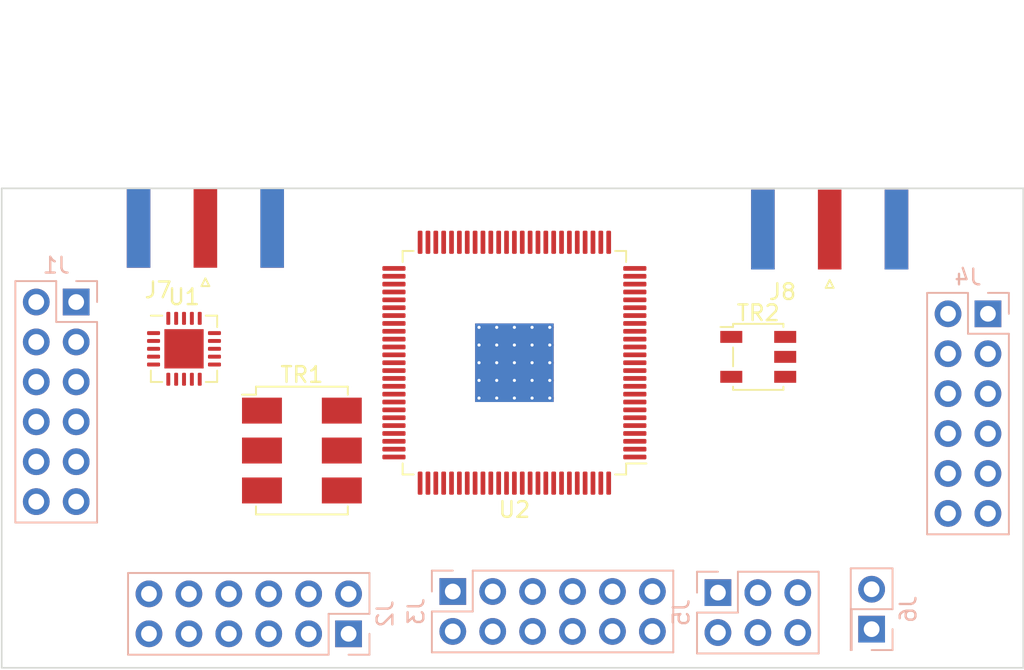
<source format=kicad_pcb>
(kicad_pcb (version 20221018) (generator pcbnew)
  (layers (0 "F.Cu" signal) (31 "B.Cu" signal) (34 "B.Paste" user) (35 "F.Paste" user) (36 "B.SilkS" user "B.Silkscreen") (37 "F.SilkS" user "F.Silkscreen") (38 "B.Mask" user) (39 "F.Mask" user) (44 "Edge.Cuts" user))
  (net 0 "")
  (net 1 "/IOT_217")
  (net 2 "/IOT_215")
  (net 3 "/IOT_213")
  (net 4 "/IOT_206")
  (net 5 "GNDD")
  (net 7 "/IOT_219")
  (net 8 "/IOT_216")
  (net 9 "/IOT_214")
  (net 10 "/IOT_212")
  (footprint "Connector_Coaxial:SMA_Amphenol_132289_EdgeMount" (layer "F.Cu") (at 62.96 52.51 90)
    (fp_text reference "J7" (at -3.96 -3) (layer "F.SilkS"))
    (fp_text value "Conn_Coaxial")
    (fp_line (start -3.71 -0.25) (end -3.71 0.25) (stroke (width 0.12)) (layer "F.SilkS"))
    (fp_line (start -3.71 0.25) (end -3.21 0) (stroke (width 0.12)) (layer "F.SilkS"))
    (fp_line (start -3.21 0) (end -3.71 -0.25) (stroke (width 0.12)) (layer "F.SilkS"))
    (pad "1" smd rect (at 0 0 180) (size 1.5 5.08) (layers "F.Cu" "F.Paste" "F.Mask"))
    (pad "2" smd rect (at 0 -4.25 180) (size 1.5 5.08) (layers "F.Cu" "F.Paste" "F.Mask"))
    (pad "2" smd rect (at 0 -4.25 180) (size 1.5 5.08) (layers "B.Cu" "B.Paste" "B.Mask"))
    (pad "2" smd rect (at 0 4.25 180) (size 1.5 5.08) (layers "F.Cu" "F.Paste" "F.Mask"))
    (pad "2" smd rect (at 0 4.25 180) (size 1.5 5.08) (layers "B.Cu" "B.Paste" "B.Mask"))
  )
  (footprint "Package_DFN_QFN:QFN-20-1EP_4x4mm_P0.5mm_EP2.5x2.5mm" (layer "F.Cu") (at 61.6 60.2075)
    (fp_text reference "U1" (at 0 -3.3) (layer "F.SilkS"))
    (fp_text value "PE4312")
    (fp_line (start -2.11 2.11) (end -2.11 1.385) (stroke (width 0.12)) (layer "F.SilkS"))
    (fp_line (start -1.385 -2.11) (end -2.11 -2.11) (stroke (width 0.12)) (layer "F.SilkS"))
    (fp_line (start -1.385 2.11) (end -2.11 2.11) (stroke (width 0.12)) (layer "F.SilkS"))
    (fp_line (start 1.385 -2.11) (end 2.11 -2.11) (stroke (width 0.12)) (layer "F.SilkS"))
    (fp_line (start 1.385 2.11) (end 2.11 2.11) (stroke (width 0.12)) (layer "F.SilkS"))
    (fp_line (start 2.11 -2.11) (end 2.11 -1.385) (stroke (width 0.12)) (layer "F.SilkS"))
    (fp_line (start 2.11 2.11) (end 2.11 1.385) (stroke (width 0.12)) (layer "F.SilkS"))
    (pad "1" smd roundrect (at -1.9375 -1) (size 0.825 0.25) (layers "F.Cu" "F.Paste" "F.Mask"))
    (pad "2" smd roundrect (at -1.9375 -0.5) (size 0.825 0.25) (layers "F.Cu" "F.Paste" "F.Mask"))
    (pad "3" smd roundrect (at -1.9375 0) (size 0.825 0.25) (layers "F.Cu" "F.Paste" "F.Mask"))
    (pad "4" smd roundrect (at -1.9375 0.5) (size 0.825 0.25) (layers "F.Cu" "F.Paste" "F.Mask"))
    (pad "5" smd roundrect (at -1.9375 1) (size 0.825 0.25) (layers "F.Cu" "F.Paste" "F.Mask"))
    (pad "6" smd roundrect (at -1 1.9375) (size 0.25 0.825) (layers "F.Cu" "F.Paste" "F.Mask"))
    (pad "7" smd roundrect (at -0.5 1.9375) (size 0.25 0.825) (layers "F.Cu" "F.Paste" "F.Mask"))
    (pad "8" smd roundrect (at 0 1.9375) (size 0.25 0.825) (layers "F.Cu" "F.Paste" "F.Mask"))
    (pad "9" smd roundrect (at 0.5 1.9375) (size 0.25 0.825) (layers "F.Cu" "F.Paste" "F.Mask"))
    (pad "10" smd roundrect (at 1 1.9375) (size 0.25 0.825) (layers "F.Cu" "F.Paste" "F.Mask"))
    (pad "11" smd roundrect (at 1.9375 1) (size 0.825 0.25) (layers "F.Cu" "F.Paste" "F.Mask"))
    (pad "12" smd roundrect (at 1.9375 0.5) (size 0.825 0.25) (layers "F.Cu" "F.Paste" "F.Mask"))
    (pad "13" smd roundrect (at 1.9375 0) (size 0.825 0.25) (layers "F.Cu" "F.Paste" "F.Mask"))
    (pad "14" smd roundrect (at 1.9375 -0.5) (size 0.825 0.25) (layers "F.Cu" "F.Paste" "F.Mask"))
    (pad "15" smd roundrect (at 1.9375 -1) (size 0.825 0.25) (layers "F.Cu" "F.Paste" "F.Mask"))
    (pad "16" smd roundrect (at 1 -1.9375) (size 0.25 0.825) (layers "F.Cu" "F.Paste" "F.Mask"))
    (pad "17" smd roundrect (at 0.5 -1.9375) (size 0.25 0.825) (layers "F.Cu" "F.Paste" "F.Mask"))
    (pad "18" smd roundrect (at 0 -1.9375) (size 0.25 0.825) (layers "F.Cu" "F.Paste" "F.Mask"))
    (pad "19" smd roundrect (at -0.5 -1.9375) (size 0.25 0.825) (layers "F.Cu" "F.Paste" "F.Mask"))
    (pad "20" smd roundrect (at -1 -1.9375) (size 0.25 0.825) (layers "F.Cu" "F.Paste" "F.Mask"))
    (pad "21" smd rect (at 0 0) (size 2.5 2.5) (layers "F.Cu" "F.Mask"))
  )
  (footprint "Package_QFP:TQFP-100-1EP_14x14mm_P0.5mm_EP5x5mm_ThermalVias" (layer "F.Cu") (at 82.62 61.0925 180)
    (fp_text reference "U2" (at 0 -9.35) (layer "F.SilkS"))
    (fp_text value "AD9957")
    (fp_line (start -7.11 -7.11) (end -7.11 -6.41) (stroke (width 0.12)) (layer "F.SilkS"))
    (fp_line (start -7.11 -6.41) (end -8.4 -6.41) (stroke (width 0.12)) (layer "F.SilkS"))
    (fp_line (start -7.11 7.11) (end -7.11 6.41) (stroke (width 0.12)) (layer "F.SilkS"))
    (fp_line (start -6.41 -7.11) (end -7.11 -7.11) (stroke (width 0.12)) (layer "F.SilkS"))
    (fp_line (start -6.41 7.11) (end -7.11 7.11) (stroke (width 0.12)) (layer "F.SilkS"))
    (fp_line (start 6.41 -7.11) (end 7.11 -7.11) (stroke (width 0.12)) (layer "F.SilkS"))
    (fp_line (start 6.41 7.11) (end 7.11 7.11) (stroke (width 0.12)) (layer "F.SilkS"))
    (fp_line (start 7.11 -7.11) (end 7.11 -6.41) (stroke (width 0.12)) (layer "F.SilkS"))
    (fp_line (start 7.11 7.11) (end 7.11 6.41) (stroke (width 0.12)) (layer "F.SilkS"))
    (pad "1" smd roundrect (at -7.6625 -6 180) (size 1.475 0.3) (layers "F.Cu" "F.Paste" "F.Mask"))
    (pad "2" smd roundrect (at -7.6625 -5.5 180) (size 1.475 0.3) (layers "F.Cu" "F.Paste" "F.Mask"))
    (pad "3" smd roundrect (at -7.6625 -5 180) (size 1.475 0.3) (layers "F.Cu" "F.Paste" "F.Mask"))
    (pad "4" smd roundrect (at -7.6625 -4.5 180) (size 1.475 0.3) (layers "F.Cu" "F.Paste" "F.Mask"))
    (pad "5" smd roundrect (at -7.6625 -4 180) (size 1.475 0.3) (layers "F.Cu" "F.Paste" "F.Mask"))
    (pad "6" smd roundrect (at -7.6625 -3.5 180) (size 1.475 0.3) (layers "F.Cu" "F.Paste" "F.Mask"))
    (pad "7" smd roundrect (at -7.6625 -3 180) (size 1.475 0.3) (layers "F.Cu" "F.Paste" "F.Mask"))
    (pad "8" smd roundrect (at -7.6625 -2.5 180) (size 1.475 0.3) (layers "F.Cu" "F.Paste" "F.Mask"))
    (pad "9" smd roundrect (at -7.6625 -2 180) (size 1.475 0.3) (layers "F.Cu" "F.Paste" "F.Mask"))
    (pad "10" smd roundrect (at -7.6625 -1.5 180) (size 1.475 0.3) (layers "F.Cu" "F.Paste" "F.Mask"))
    (pad "11" smd roundrect (at -7.6625 -1 180) (size 1.475 0.3) (layers "F.Cu" "F.Paste" "F.Mask"))
    (pad "12" smd roundrect (at -7.6625 -0.5 180) (size 1.475 0.3) (layers "F.Cu" "F.Paste" "F.Mask"))
    (pad "13" smd roundrect (at -7.6625 0 180) (size 1.475 0.3) (layers "F.Cu" "F.Paste" "F.Mask"))
    (pad "14" smd roundrect (at -7.6625 0.5 180) (size 1.475 0.3) (layers "F.Cu" "F.Paste" "F.Mask"))
    (pad "15" smd roundrect (at -7.6625 1 180) (size 1.475 0.3) (layers "F.Cu" "F.Paste" "F.Mask"))
    (pad "16" smd roundrect (at -7.6625 1.5 180) (size 1.475 0.3) (layers "F.Cu" "F.Paste" "F.Mask"))
    (pad "17" smd roundrect (at -7.6625 2 180) (size 1.475 0.3) (layers "F.Cu" "F.Paste" "F.Mask"))
    (pad "18" smd roundrect (at -7.6625 2.5 180) (size 1.475 0.3) (layers "F.Cu" "F.Paste" "F.Mask"))
    (pad "19" smd roundrect (at -7.6625 3 180) (size 1.475 0.3) (layers "F.Cu" "F.Paste" "F.Mask"))
    (pad "20" smd roundrect (at -7.6625 3.5 180) (size 1.475 0.3) (layers "F.Cu" "F.Paste" "F.Mask"))
    (pad "21" smd roundrect (at -7.6625 4 180) (size 1.475 0.3) (layers "F.Cu" "F.Paste" "F.Mask"))
    (pad "22" smd roundrect (at -7.6625 4.5 180) (size 1.475 0.3) (layers "F.Cu" "F.Paste" "F.Mask"))
    (pad "23" smd roundrect (at -7.6625 5 180) (size 1.475 0.3) (layers "F.Cu" "F.Paste" "F.Mask"))
    (pad "24" smd roundrect (at -7.6625 5.5 180) (size 1.475 0.3) (layers "F.Cu" "F.Paste" "F.Mask"))
    (pad "25" smd roundrect (at -7.6625 6 180) (size 1.475 0.3) (layers "F.Cu" "F.Paste" "F.Mask"))
    (pad "26" smd roundrect (at -6 7.6625 180) (size 0.3 1.475) (layers "F.Cu" "F.Paste" "F.Mask"))
    (pad "27" smd roundrect (at -5.5 7.6625 180) (size 0.3 1.475) (layers "F.Cu" "F.Paste" "F.Mask"))
    (pad "28" smd roundrect (at -5 7.6625 180) (size 0.3 1.475) (layers "F.Cu" "F.Paste" "F.Mask"))
    (pad "29" smd roundrect (at -4.5 7.6625 180) (size 0.3 1.475) (layers "F.Cu" "F.Paste" "F.Mask"))
    (pad "30" smd roundrect (at -4 7.6625 180) (size 0.3 1.475) (layers "F.Cu" "F.Paste" "F.Mask"))
    (pad "31" smd roundrect (at -3.5 7.6625 180) (size 0.3 1.475) (layers "F.Cu" "F.Paste" "F.Mask"))
    (pad "32" smd roundrect (at -3 7.6625 180) (size 0.3 1.475) (layers "F.Cu" "F.Paste" "F.Mask"))
    (pad "33" smd roundrect (at -2.5 7.6625 180) (size 0.3 1.475) (layers "F.Cu" "F.Paste" "F.Mask"))
    (pad "34" smd roundrect (at -2 7.6625 180) (size 0.3 1.475) (layers "F.Cu" "F.Paste" "F.Mask"))
    (pad "35" smd roundrect (at -1.5 7.6625 180) (size 0.3 1.475) (layers "F.Cu" "F.Paste" "F.Mask"))
    (pad "36" smd roundrect (at -1 7.6625 180) (size 0.3 1.475) (layers "F.Cu" "F.Paste" "F.Mask"))
    (pad "37" smd roundrect (at -0.5 7.6625 180) (size 0.3 1.475) (layers "F.Cu" "F.Paste" "F.Mask"))
    (pad "38" smd roundrect (at 0 7.6625 180) (size 0.3 1.475) (layers "F.Cu" "F.Paste" "F.Mask"))
    (pad "39" smd roundrect (at 0.5 7.6625 180) (size 0.3 1.475) (layers "F.Cu" "F.Paste" "F.Mask"))
    (pad "40" smd roundrect (at 1 7.6625 180) (size 0.3 1.475) (layers "F.Cu" "F.Paste" "F.Mask"))
    (pad "41" smd roundrect (at 1.5 7.6625 180) (size 0.3 1.475) (layers "F.Cu" "F.Paste" "F.Mask"))
    (pad "42" smd roundrect (at 2 7.6625 180) (size 0.3 1.475) (layers "F.Cu" "F.Paste" "F.Mask"))
    (pad "43" smd roundrect (at 2.5 7.6625 180) (size 0.3 1.475) (layers "F.Cu" "F.Paste" "F.Mask"))
    (pad "44" smd roundrect (at 3 7.6625 180) (size 0.3 1.475) (layers "F.Cu" "F.Paste" "F.Mask"))
    (pad "45" smd roundrect (at 3.5 7.6625 180) (size 0.3 1.475) (layers "F.Cu" "F.Paste" "F.Mask"))
    (pad "46" smd roundrect (at 4 7.6625 180) (size 0.3 1.475) (layers "F.Cu" "F.Paste" "F.Mask"))
    (pad "47" smd roundrect (at 4.5 7.6625 180) (size 0.3 1.475) (layers "F.Cu" "F.Paste" "F.Mask"))
    (pad "48" smd roundrect (at 5 7.6625 180) (size 0.3 1.475) (layers "F.Cu" "F.Paste" "F.Mask"))
    (pad "49" smd roundrect (at 5.5 7.6625 180) (size 0.3 1.475) (layers "F.Cu" "F.Paste" "F.Mask"))
    (pad "50" smd roundrect (at 6 7.6625 180) (size 0.3 1.475) (layers "F.Cu" "F.Paste" "F.Mask"))
    (pad "51" smd roundrect (at 7.6625 6 180) (size 1.475 0.3) (layers "F.Cu" "F.Paste" "F.Mask"))
    (pad "52" smd roundrect (at 7.6625 5.5 180) (size 1.475 0.3) (layers "F.Cu" "F.Paste" "F.Mask"))
    (pad "53" smd roundrect (at 7.6625 5 180) (size 1.475 0.3) (layers "F.Cu" "F.Paste" "F.Mask"))
    (pad "54" smd roundrect (at 7.6625 4.5 180) (size 1.475 0.3) (layers "F.Cu" "F.Paste" "F.Mask"))
    (pad "55" smd roundrect (at 7.6625 4 180) (size 1.475 0.3) (layers "F.Cu" "F.Paste" "F.Mask"))
    (pad "56" smd roundrect (at 7.6625 3.5 180) (size 1.475 0.3) (layers "F.Cu" "F.Paste" "F.Mask"))
    (pad "57" smd roundrect (at 7.6625 3 180) (size 1.475 0.3) (layers "F.Cu" "F.Paste" "F.Mask"))
    (pad "58" smd roundrect (at 7.6625 2.5 180) (size 1.475 0.3) (layers "F.Cu" "F.Paste" "F.Mask"))
    (pad "59" smd roundrect (at 7.6625 2 180) (size 1.475 0.3) (layers "F.Cu" "F.Paste" "F.Mask"))
    (pad "60" smd roundrect (at 7.6625 1.5 180) (size 1.475 0.3) (layers "F.Cu" "F.Paste" "F.Mask"))
    (pad "61" smd roundrect (at 7.6625 1 180) (size 1.475 0.3) (layers "F.Cu" "F.Paste" "F.Mask"))
    (pad "62" smd roundrect (at 7.6625 0.5 180) (size 1.475 0.3) (layers "F.Cu" "F.Paste" "F.Mask"))
    (pad "63" smd roundrect (at 7.6625 0 180) (size 1.475 0.3) (layers "F.Cu" "F.Paste" "F.Mask"))
    (pad "64" smd roundrect (at 7.6625 -0.5 180) (size 1.475 0.3) (layers "F.Cu" "F.Paste" "F.Mask"))
    (pad "65" smd roundrect (at 7.6625 -1 180) (size 1.475 0.3) (layers "F.Cu" "F.Paste" "F.Mask"))
    (pad "66" smd roundrect (at 7.6625 -1.5 180) (size 1.475 0.3) (layers "F.Cu" "F.Paste" "F.Mask"))
    (pad "67" smd roundrect (at 7.6625 -2 180) (size 1.475 0.3) (layers "F.Cu" "F.Paste" "F.Mask"))
    (pad "68" smd roundrect (at 7.6625 -2.5 180) (size 1.475 0.3) (layers "F.Cu" "F.Paste" "F.Mask"))
    (pad "69" smd roundrect (at 7.6625 -3 180) (size 1.475 0.3) (layers "F.Cu" "F.Paste" "F.Mask"))
    (pad "70" smd roundrect (at 7.6625 -3.5 180) (size 1.475 0.3) (layers "F.Cu" "F.Paste" "F.Mask"))
    (pad "71" smd roundrect (at 7.6625 -4 180) (size 1.475 0.3) (layers "F.Cu" "F.Paste" "F.Mask"))
    (pad "72" smd roundrect (at 7.6625 -4.5 180) (size 1.475 0.3) (layers "F.Cu" "F.Paste" "F.Mask"))
    (pad "73" smd roundrect (at 7.6625 -5 180) (size 1.475 0.3) (layers "F.Cu" "F.Paste" "F.Mask"))
    (pad "74" smd roundrect (at 7.6625 -5.5 180) (size 1.475 0.3) (layers "F.Cu" "F.Paste" "F.Mask"))
    (pad "75" smd roundrect (at 7.6625 -6 180) (size 1.475 0.3) (layers "F.Cu" "F.Paste" "F.Mask"))
    (pad "76" smd roundrect (at 6 -7.6625 180) (size 0.3 1.475) (layers "F.Cu" "F.Paste" "F.Mask"))
    (pad "77" smd roundrect (at 5.5 -7.6625 180) (size 0.3 1.475) (layers "F.Cu" "F.Paste" "F.Mask"))
    (pad "78" smd roundrect (at 5 -7.6625 180) (size 0.3 1.475) (layers "F.Cu" "F.Paste" "F.Mask"))
    (pad "79" smd roundrect (at 4.5 -7.6625 180) (size 0.3 1.475) (layers "F.Cu" "F.Paste" "F.Mask"))
    (pad "80" smd roundrect (at 4 -7.6625 180) (size 0.3 1.475) (layers "F.Cu" "F.Paste" "F.Mask"))
    (pad "81" smd roundrect (at 3.5 -7.6625 180) (size 0.3 1.475) (layers "F.Cu" "F.Paste" "F.Mask"))
    (pad "82" smd roundrect (at 3 -7.6625 180) (size 0.3 1.475) (layers "F.Cu" "F.Paste" "F.Mask"))
    (pad "83" smd roundrect (at 2.5 -7.6625 180) (size 0.3 1.475) (layers "F.Cu" "F.Paste" "F.Mask"))
    (pad "84" smd roundrect (at 2 -7.6625 180) (size 0.3 1.475) (layers "F.Cu" "F.Paste" "F.Mask"))
    (pad "85" smd roundrect (at 1.5 -7.6625 180) (size 0.3 1.475) (layers "F.Cu" "F.Paste" "F.Mask"))
    (pad "86" smd roundrect (at 1 -7.6625 180) (size 0.3 1.475) (layers "F.Cu" "F.Paste" "F.Mask"))
    (pad "87" smd roundrect (at 0.5 -7.6625 180) (size 0.3 1.475) (layers "F.Cu" "F.Paste" "F.Mask"))
    (pad "88" smd roundrect (at 0 -7.6625 180) (size 0.3 1.475) (layers "F.Cu" "F.Paste" "F.Mask"))
    (pad "89" smd roundrect (at -0.5 -7.6625 180) (size 0.3 1.475) (layers "F.Cu" "F.Paste" "F.Mask"))
    (pad "90" smd roundrect (at -1 -7.6625 180) (size 0.3 1.475) (layers "F.Cu" "F.Paste" "F.Mask"))
    (pad "91" smd roundrect (at -1.5 -7.6625 180) (size 0.3 1.475) (layers "F.Cu" "F.Paste" "F.Mask"))
    (pad "92" smd roundrect (at -2 -7.6625 180) (size 0.3 1.475) (layers "F.Cu" "F.Paste" "F.Mask"))
    (pad "93" smd roundrect (at -2.5 -7.6625 180) (size 0.3 1.475) (layers "F.Cu" "F.Paste" "F.Mask"))
    (pad "94" smd roundrect (at -3 -7.6625 180) (size 0.3 1.475) (layers "F.Cu" "F.Paste" "F.Mask"))
    (pad "95" smd roundrect (at -3.5 -7.6625 180) (size 0.3 1.475) (layers "F.Cu" "F.Paste" "F.Mask"))
    (pad "96" smd roundrect (at -4 -7.6625 180) (size 0.3 1.475) (layers "F.Cu" "F.Paste" "F.Mask"))
    (pad "97" smd roundrect (at -4.5 -7.6625 180) (size 0.3 1.475) (layers "F.Cu" "F.Paste" "F.Mask"))
    (pad "98" smd roundrect (at -5 -7.6625 180) (size 0.3 1.475) (layers "F.Cu" "F.Paste" "F.Mask"))
    (pad "99" smd roundrect (at -5.5 -7.6625 180) (size 0.3 1.475) (layers "F.Cu" "F.Paste" "F.Mask"))
    (pad "100" smd roundrect (at -6 -7.6625 180) (size 0.3 1.475) (layers "F.Cu" "F.Paste" "F.Mask"))
    (pad "101" thru_hole circle (at -2.25 -2.25 180) (size 0.5 0.5) (drill 0.2) (layers "*.Cu"))
    (pad "101" thru_hole circle (at -2.25 -1.125 180) (size 0.5 0.5) (drill 0.2) (layers "*.Cu"))
    (pad "101" thru_hole circle (at -2.25 0 180) (size 0.5 0.5) (drill 0.2) (layers "*.Cu"))
    (pad "101" thru_hole circle (at -2.25 1.125 180) (size 0.5 0.5) (drill 0.2) (layers "*.Cu"))
    (pad "101" thru_hole circle (at -2.25 2.25 180) (size 0.5 0.5) (drill 0.2) (layers "*.Cu"))
    (pad "101" thru_hole circle (at -1.125 -2.25 180) (size 0.5 0.5) (drill 0.2) (layers "*.Cu"))
    (pad "101" thru_hole circle (at -1.125 -1.125 180) (size 0.5 0.5) (drill 0.2) (layers "*.Cu"))
    (pad "101" thru_hole circle (at -1.125 0 180) (size 0.5 0.5) (drill 0.2) (layers "*.Cu"))
    (pad "101" thru_hole circle (at -1.125 1.125 180) (size 0.5 0.5) (drill 0.2) (layers "*.Cu"))
    (pad "101" thru_hole circle (at -1.125 2.25 180) (size 0.5 0.5) (drill 0.2) (layers "*.Cu"))
    (pad "101" thru_hole circle (at 0 -2.25 180) (size 0.5 0.5) (drill 0.2) (layers "*.Cu"))
    (pad "101" thru_hole circle (at 0 -1.125 180) (size 0.5 0.5) (drill 0.2) (layers "*.Cu"))
    (pad "101" thru_hole circle (at 0 0 180) (size 0.5 0.5) (drill 0.2) (layers "*.Cu"))
    (pad "101" smd rect (at 0 0 180) (size 5 5) (layers "F.Cu" "F.Mask"))
    (pad "101" smd rect (at 0 0 180) (size 5 5) (layers "B.Cu"))
    (pad "101" thru_hole circle (at 0 1.125 180) (size 0.5 0.5) (drill 0.2) (layers "*.Cu"))
    (pad "101" thru_hole circle (at 0 2.25 180) (size 0.5 0.5) (drill 0.2) (layers "*.Cu"))
    (pad "101" thru_hole circle (at 1.125 -2.25 180) (size 0.5 0.5) (drill 0.2) (layers "*.Cu"))
    (pad "101" thru_hole circle (at 1.125 -1.125 180) (size 0.5 0.5) (drill 0.2) (layers "*.Cu"))
    (pad "101" thru_hole circle (at 1.125 0 180) (size 0.5 0.5) (drill 0.2) (layers "*.Cu"))
    (pad "101" thru_hole circle (at 1.125 1.125 180) (size 0.5 0.5) (drill 0.2) (layers "*.Cu"))
    (pad "101" thru_hole circle (at 1.125 2.25 180) (size 0.5 0.5) (drill 0.2) (layers "*.Cu"))
    (pad "101" thru_hole circle (at 2.25 -2.25 180) (size 0.5 0.5) (drill 0.2) (layers "*.Cu"))
    (pad "101" thru_hole circle (at 2.25 -1.125 180) (size 0.5 0.5) (drill 0.2) (layers "*.Cu"))
    (pad "101" thru_hole circle (at 2.25 0 180) (size 0.5 0.5) (drill 0.2) (layers "*.Cu"))
    (pad "101" thru_hole circle (at 2.25 1.125 180) (size 0.5 0.5) (drill 0.2) (layers "*.Cu"))
    (pad "101" thru_hole circle (at 2.25 2.25 180) (size 0.5 0.5) (drill 0.2) (layers "*.Cu"))
  )
  (footprint "Connector_Coaxial:SMA_Amphenol_132289_EdgeMount" (layer "F.Cu") (at 102.68 52.62 90)
    (fp_text reference "J8" (at -3.96 -3) (layer "F.SilkS"))
    (fp_text value "Conn_Coaxial")
    (fp_line (start -3.71 -0.25) (end -3.71 0.25) (stroke (width 0.12)) (layer "F.SilkS"))
    (fp_line (start -3.71 0.25) (end -3.21 0) (stroke (width 0.12)) (layer "F.SilkS"))
    (fp_line (start -3.21 0) (end -3.71 -0.25) (stroke (width 0.12)) (layer "F.SilkS"))
    (pad "1" smd rect (at 0 0 180) (size 1.5 5.08) (layers "F.Cu" "F.Paste" "F.Mask"))
    (pad "2" smd rect (at 0 -4.25 180) (size 1.5 5.08) (layers "F.Cu" "F.Paste" "F.Mask"))
    (pad "2" smd rect (at 0 -4.25 180) (size 1.5 5.08) (layers "B.Cu" "B.Paste" "B.Mask"))
    (pad "2" smd rect (at 0 4.25 180) (size 1.5 5.08) (layers "F.Cu" "F.Paste" "F.Mask"))
    (pad "2" smd rect (at 0 4.25 180) (size 1.5 5.08) (layers "B.Cu" "B.Paste" "B.Mask"))
  )
  (footprint "RF_Mini-Circuits:Mini-Circuits_CD542_H2.84mm" (layer "F.Cu") (at 69.1 66.68)
    (fp_text reference "TR1" (at 0 -4.826) (layer "F.SilkS"))
    (fp_text value "ADT1-1WT")
    (fp_line (start -2.921 -4.064) (end -2.921 -3.556) (stroke (width 0.12)) (layer "F.SilkS"))
    (fp_line (start -2.921 -3.556) (end -3.81 -3.556) (stroke (width 0.12)) (layer "F.SilkS"))
    (fp_line (start -2.921 3.556) (end -2.921 4.064) (stroke (width 0.12)) (layer "F.SilkS"))
    (fp_line (start -2.921 4.064) (end 2.921 4.064) (stroke (width 0.12)) (layer "F.SilkS"))
    (fp_line (start 2.921 -4.064) (end -2.921 -4.064) (stroke (width 0.12)) (layer "F.SilkS"))
    (fp_line (start 2.921 -3.556) (end 2.921 -4.064) (stroke (width 0.12)) (layer "F.SilkS"))
    (fp_line (start 2.921 4.064) (end 2.921 3.556) (stroke (width 0.12)) (layer "F.SilkS"))
    (pad "1" smd rect (at -2.54 -2.54) (size 2.54 1.65) (layers "F.Cu" "F.Paste" "F.Mask"))
    (pad "2" smd rect (at -2.54 0) (size 2.54 1.65) (layers "F.Cu" "F.Paste" "F.Mask"))
    (pad "3" smd rect (at -2.54 2.54) (size 2.54 1.65) (layers "F.Cu" "F.Paste" "F.Mask"))
    (pad "4" smd rect (at 2.54 2.54) (size 2.54 1.65) (layers "F.Cu" "F.Paste" "F.Mask"))
    (pad "5" smd rect (at 2.54 0) (size 2.54 1.65) (layers "F.Cu" "F.Paste" "F.Mask"))
    (pad "6" smd rect (at 2.54 -2.54) (size 2.54 1.65) (layers "F.Cu" "F.Paste" "F.Mask"))
  )
  (footprint "Transformer_SMD:Transformer_MACOM_SM-22" (layer "F.Cu") (at 98.135 60.72)
    (fp_text reference "TR2" (at 0 -2.794) (layer "F.SilkS"))
    (fp_text value "ETC1-1-13")
    (fp_line (start -1.6 -2.1) (end -1.6 -1.9) (stroke (width 0.12)) (layer "F.SilkS"))
    (fp_line (start -1.6 -1.9) (end -2.4 -1.9) (stroke (width 0.12)) (layer "F.SilkS"))
    (fp_line (start -1.6 -0.6) (end -1.6 0.6) (stroke (width 0.12)) (layer "F.SilkS"))
    (fp_line (start -1.6 1.9) (end -1.6 2.1) (stroke (width 0.12)) (layer "F.SilkS"))
    (fp_line (start -1.6 2.1) (end 1.6 2.1) (stroke (width 0.12)) (layer "F.SilkS"))
    (fp_line (start 1.6 -2.1) (end -1.6 -2.1) (stroke (width 0.12)) (layer "F.SilkS"))
    (fp_line (start 1.6 -1.9) (end 1.6 -2.1) (stroke (width 0.12)) (layer "F.SilkS"))
    (fp_line (start 1.6 2.1) (end 1.6 1.9) (stroke (width 0.12)) (layer "F.SilkS"))
    (pad "1" smd rect (at -1.715 -1.27) (size 1.4 0.76) (layers "F.Cu" "F.Paste" "F.Mask"))
    (pad "2" smd rect (at -1.715 1.27) (size 1.4 0.76) (layers "F.Cu" "F.Paste" "F.Mask"))
    (pad "3" smd rect (at 1.715 1.27) (size 1.4 0.76) (layers "F.Cu" "F.Paste" "F.Mask"))
    (pad "4" smd rect (at 1.715 0) (size 1.4 0.76) (layers "F.Cu" "F.Paste" "F.Mask"))
    (pad "5" smd rect (at 1.715 -1.27) (size 1.4 0.76) (layers "F.Cu" "F.Paste" "F.Mask"))
  )
  (footprint "Connector_PinHeader_2.54mm:PinHeader_2x06_P2.54mm_Vertical" (layer "B.Cu") (at 72.07 78.34 90)
    (fp_text reference "J2" (at 1.27 2.33 90) (layer "B.SilkS") (effects (justify mirror)))
    (fp_text value "PMOD P2")
    (fp_line (start -1.33 -14.03) (end 3.87 -14.03) (stroke (width 0.12)) (layer "B.SilkS"))
    (fp_line (start -1.33 -1.27) (end -1.33 -14.03) (stroke (width 0.12)) (layer "B.SilkS"))
    (fp_line (start -1.33 -1.27) (end 1.27 -1.27) (stroke (width 0.12)) (layer "B.SilkS"))
    (fp_line (start -1.33 0) (end -1.33 1.33) (stroke (width 0.12)) (layer "B.SilkS"))
    (fp_line (start -1.33 1.33) (end 0 1.33) (stroke (width 0.12)) (layer "B.SilkS"))
    (fp_line (start 1.27 -1.27) (end 1.27 1.33) (stroke (width 0.12)) (layer "B.SilkS"))
    (fp_line (start 1.27 1.33) (end 3.87 1.33) (stroke (width 0.12)) (layer "B.SilkS"))
    (fp_line (start 3.87 1.33) (end 3.87 -14.03) (stroke (width 0.12)) (layer "B.SilkS"))
    (pad "1" thru_hole rect (at 0 0 90) (size 1.7 1.7) (drill 1) (layers "*.Cu" "*.Mask"))
    (pad "2" thru_hole oval (at 2.54 0 90) (size 1.7 1.7) (drill 1) (layers "*.Cu" "*.Mask"))
    (pad "3" thru_hole oval (at 0 -2.54 90) (size 1.7 1.7) (drill 1) (layers "*.Cu" "*.Mask"))
    (pad "4" thru_hole oval (at 2.54 -2.54 90) (size 1.7 1.7) (drill 1) (layers "*.Cu" "*.Mask"))
    (pad "5" thru_hole oval (at 0 -5.08 90) (size 1.7 1.7) (drill 1) (layers "*.Cu" "*.Mask"))
    (pad "6" thru_hole oval (at 2.54 -5.08 90) (size 1.7 1.7) (drill 1) (layers "*.Cu" "*.Mask"))
    (pad "7" thru_hole oval (at 0 -7.62 90) (size 1.7 1.7) (drill 1) (layers "*.Cu" "*.Mask"))
    (pad "8" thru_hole oval (at 2.54 -7.62 90) (size 1.7 1.7) (drill 1) (layers "*.Cu" "*.Mask"))
    (pad "9" thru_hole oval (at 0 -10.16 90) (size 1.7 1.7) (drill 1) (layers "*.Cu" "*.Mask"))
    (pad "10" thru_hole oval (at 2.54 -10.16 90) (size 1.7 1.7) (drill 1) (layers "*.Cu" "*.Mask"))
    (pad "11" thru_hole oval (at 0 -12.7 90) (size 1.7 1.7) (drill 1) (layers "*.Cu" "*.Mask"))
    (pad "12" thru_hole oval (at 2.54 -12.7 90) (size 1.7 1.7) (drill 1) (layers "*.Cu" "*.Mask"))
  )
  (footprint "Connector_PinHeader_2.54mm:PinHeader_2x06_P2.54mm_Vertical" (layer "B.Cu") (at 54.74 57.23 180)
    (fp_text reference "J1" (at 1.27 2.33) (layer "B.SilkS") (effects (justify mirror)))
    (fp_text value "PMOD P1")
    (fp_line (start -1.33 -14.03) (end 3.87 -14.03) (stroke (width 0.12)) (layer "B.SilkS"))
    (fp_line (start -1.33 -1.27) (end -1.33 -14.03) (stroke (width 0.12)) (layer "B.SilkS"))
    (fp_line (start -1.33 -1.27) (end 1.27 -1.27) (stroke (width 0.12)) (layer "B.SilkS"))
    (fp_line (start -1.33 0) (end -1.33 1.33) (stroke (width 0.12)) (layer "B.SilkS"))
    (fp_line (start -1.33 1.33) (end 0 1.33) (stroke (width 0.12)) (layer "B.SilkS"))
    (fp_line (start 1.27 -1.27) (end 1.27 1.33) (stroke (width 0.12)) (layer "B.SilkS"))
    (fp_line (start 1.27 1.33) (end 3.87 1.33) (stroke (width 0.12)) (layer "B.SilkS"))
    (fp_line (start 3.87 1.33) (end 3.87 -14.03) (stroke (width 0.12)) (layer "B.SilkS"))
    (pad "1" thru_hole rect (at 0 0 180) (size 1.7 1.7) (drill 1) (layers "*.Cu" "*.Mask") (net 1 "/IOT_217"))
    (pad "2" thru_hole oval (at 2.54 0 180) (size 1.7 1.7) (drill 1) (layers "*.Cu" "*.Mask") (net 2 "/IOT_215"))
    (pad "3" thru_hole oval (at 0 -2.54 180) (size 1.7 1.7) (drill 1) (layers "*.Cu" "*.Mask") (net 3 "/IOT_213"))
    (pad "4" thru_hole oval (at 2.54 -2.54 180) (size 1.7 1.7) (drill 1) (layers "*.Cu" "*.Mask") (net 4 "/IOT_206"))
    (pad "5" thru_hole oval (at 0 -5.08 180) (size 1.7 1.7) (drill 1) (layers "*.Cu" "*.Mask") (net 5 "GNDD"))
    (pad "6" thru_hole oval (at 2.54 -5.08 180) (size 1.7 1.7) (drill 1) (layers "*.Cu" "*.Mask"))
    (pad "7" thru_hole oval (at 0 -7.62 180) (size 1.7 1.7) (drill 1) (layers "*.Cu" "*.Mask") (net 7 "/IOT_219"))
    (pad "8" thru_hole oval (at 2.54 -7.62 180) (size 1.7 1.7) (drill 1) (layers "*.Cu" "*.Mask") (net 8 "/IOT_216"))
    (pad "9" thru_hole oval (at 0 -10.16 180) (size 1.7 1.7) (drill 1) (layers "*.Cu" "*.Mask") (net 9 "/IOT_214"))
    (pad "10" thru_hole oval (at 2.54 -10.16 180) (size 1.7 1.7) (drill 1) (layers "*.Cu" "*.Mask") (net 10 "/IOT_212"))
    (pad "11" thru_hole oval (at 0 -12.7 180) (size 1.7 1.7) (drill 1) (layers "*.Cu" "*.Mask") (net 5 "GNDD"))
    (pad "12" thru_hole oval (at 2.54 -12.7 180) (size 1.7 1.7) (drill 1) (layers "*.Cu" "*.Mask"))
  )
  (footprint "Connector_PinHeader_2.54mm:PinHeader_2x03_P2.54mm_Vertical" (layer "B.Cu") (at 95.57 75.72 -90)
    (fp_text reference "J5" (at 1.27 2.33 90) (layer "B.SilkS") (effects (justify mirror)))
    (fp_text value "EXT")
    (fp_line (start -1.33 -6.41) (end 3.87 -6.41) (stroke (width 0.12)) (layer "B.SilkS"))
    (fp_line (start -1.33 -1.27) (end -1.33 -6.41) (stroke (width 0.12)) (layer "B.SilkS"))
    (fp_line (start -1.33 -1.27) (end 1.27 -1.27) (stroke (width 0.12)) (layer "B.SilkS"))
    (fp_line (start -1.33 0) (end -1.33 1.33) (stroke (width 0.12)) (layer "B.SilkS"))
    (fp_line (start -1.33 1.33) (end 0 1.33) (stroke (width 0.12)) (layer "B.SilkS"))
    (fp_line (start 1.27 -1.27) (end 1.27 1.33) (stroke (width 0.12)) (layer "B.SilkS"))
    (fp_line (start 1.27 1.33) (end 3.87 1.33) (stroke (width 0.12)) (layer "B.SilkS"))
    (fp_line (start 3.87 1.33) (end 3.87 -6.41) (stroke (width 0.12)) (layer "B.SilkS"))
    (pad "1" thru_hole rect (at 0 0 270) (size 1.7 1.7) (drill 1) (layers "*.Cu" "*.Mask"))
    (pad "2" thru_hole oval (at 2.54 0 270) (size 1.7 1.7) (drill 1) (layers "*.Cu" "*.Mask"))
    (pad "3" thru_hole oval (at 0 -2.54 270) (size 1.7 1.7) (drill 1) (layers "*.Cu" "*.Mask"))
    (pad "4" thru_hole oval (at 2.54 -2.54 270) (size 1.7 1.7) (drill 1) (layers "*.Cu" "*.Mask"))
    (pad "5" thru_hole oval (at 0 -5.08 270) (size 1.7 1.7) (drill 1) (layers "*.Cu" "*.Mask"))
    (pad "6" thru_hole oval (at 2.54 -5.08 270) (size 1.7 1.7) (drill 1) (layers "*.Cu" "*.Mask"))
  )
  (footprint "Connector_PinHeader_2.54mm:PinHeader_2x06_P2.54mm_Vertical" (layer "B.Cu") (at 78.7 75.65 -90)
    (fp_text reference "J3" (at 1.27 2.33 90) (layer "B.SilkS") (effects (justify mirror)))
    (fp_text value "PMOD P4")
    (fp_line (start -1.33 -14.03) (end 3.87 -14.03) (stroke (width 0.12)) (layer "B.SilkS"))
    (fp_line (start -1.33 -1.27) (end -1.33 -14.03) (stroke (width 0.12)) (layer "B.SilkS"))
    (fp_line (start -1.33 -1.27) (end 1.27 -1.27) (stroke (width 0.12)) (layer "B.SilkS"))
    (fp_line (start -1.33 0) (end -1.33 1.33) (stroke (width 0.12)) (layer "B.SilkS"))
    (fp_line (start -1.33 1.33) (end 0 1.33) (stroke (width 0.12)) (layer "B.SilkS"))
    (fp_line (start 1.27 -1.27) (end 1.27 1.33) (stroke (width 0.12)) (layer "B.SilkS"))
    (fp_line (start 1.27 1.33) (end 3.87 1.33) (stroke (width 0.12)) (layer "B.SilkS"))
    (fp_line (start 3.87 1.33) (end 3.87 -14.03) (stroke (width 0.12)) (layer "B.SilkS"))
    (pad "1" thru_hole rect (at 0 0 270) (size 1.7 1.7) (drill 1) (layers "*.Cu" "*.Mask"))
    (pad "2" thru_hole oval (at 2.54 0 270) (size 1.7 1.7) (drill 1) (layers "*.Cu" "*.Mask"))
    (pad "3" thru_hole oval (at 0 -2.54 270) (size 1.7 1.7) (drill 1) (layers "*.Cu" "*.Mask"))
    (pad "4" thru_hole oval (at 2.54 -2.54 270) (size 1.7 1.7) (drill 1) (layers "*.Cu" "*.Mask"))
    (pad "5" thru_hole oval (at 0 -5.08 270) (size 1.7 1.7) (drill 1) (layers "*.Cu" "*.Mask"))
    (pad "6" thru_hole oval (at 2.54 -5.08 270) (size 1.7 1.7) (drill 1) (layers "*.Cu" "*.Mask"))
    (pad "7" thru_hole oval (at 0 -7.62 270) (size 1.7 1.7) (drill 1) (layers "*.Cu" "*.Mask"))
    (pad "8" thru_hole oval (at 2.54 -7.62 270) (size 1.7 1.7) (drill 1) (layers "*.Cu" "*.Mask"))
    (pad "9" thru_hole oval (at 0 -10.16 270) (size 1.7 1.7) (drill 1) (layers "*.Cu" "*.Mask"))
    (pad "10" thru_hole oval (at 2.54 -10.16 270) (size 1.7 1.7) (drill 1) (layers "*.Cu" "*.Mask"))
    (pad "11" thru_hole oval (at 0 -12.7 270) (size 1.7 1.7) (drill 1) (layers "*.Cu" "*.Mask"))
    (pad "12" thru_hole oval (at 2.54 -12.7 270) (size 1.7 1.7) (drill 1) (layers "*.Cu" "*.Mask"))
  )
  (footprint "Connector_PinHeader_2.54mm:PinHeader_2x01_P2.54mm_Vertical" (layer "B.Cu") (at 105.35 78.045 90)
    (fp_text reference "J6" (at 1.27 2.33 90) (layer "B.SilkS") (effects (justify mirror)))
    (fp_text value "POWER")
    (fp_line (start -1.33 -1.33) (end 3.87 -1.33) (stroke (width 0.12)) (layer "B.SilkS"))
    (fp_line (start -1.33 -1.27) (end -1.33 -1.33) (stroke (width 0.12)) (layer "B.SilkS"))
    (fp_line (start -1.33 -1.27) (end 1.27 -1.27) (stroke (width 0.12)) (layer "B.SilkS"))
    (fp_line (start -1.33 0) (end -1.33 1.33) (stroke (width 0.12)) (layer "B.SilkS"))
    (fp_line (start -1.33 1.33) (end 0 1.33) (stroke (width 0.12)) (layer "B.SilkS"))
    (fp_line (start 1.27 -1.27) (end 1.27 1.33) (stroke (width 0.12)) (layer "B.SilkS"))
    (fp_line (start 1.27 1.33) (end 3.87 1.33) (stroke (width 0.12)) (layer "B.SilkS"))
    (fp_line (start 3.87 1.33) (end 3.87 -1.33) (stroke (width 0.12)) (layer "B.SilkS"))
    (pad "1" thru_hole rect (at 0 0 90) (size 1.7 1.7) (drill 1) (layers "*.Cu" "*.Mask"))
    (pad "2" thru_hole oval (at 2.54 0 90) (size 1.7 1.7) (drill 1) (layers "*.Cu" "*.Mask"))
  )
  (footprint "Connector_PinHeader_2.54mm:PinHeader_2x06_P2.54mm_Vertical" (layer "B.Cu") (at 112.75 57.98 180)
    (fp_text reference "J4" (at 1.27 2.33) (layer "B.SilkS") (effects (justify mirror)))
    (fp_text value "PMOD P3")
    (fp_line (start -1.33 -14.03) (end 3.87 -14.03) (stroke (width 0.12)) (layer "B.SilkS"))
    (fp_line (start -1.33 -1.27) (end -1.33 -14.03) (stroke (width 0.12)) (layer "B.SilkS"))
    (fp_line (start -1.33 -1.27) (end 1.27 -1.27) (stroke (width 0.12)) (layer "B.SilkS"))
    (fp_line (start -1.33 0) (end -1.33 1.33) (stroke (width 0.12)) (layer "B.SilkS"))
    (fp_line (start -1.33 1.33) (end 0 1.33) (stroke (width 0.12)) (layer "B.SilkS"))
    (fp_line (start 1.27 -1.27) (end 1.27 1.33) (stroke (width 0.12)) (layer "B.SilkS"))
    (fp_line (start 1.27 1.33) (end 3.87 1.33) (stroke (width 0.12)) (layer "B.SilkS"))
    (fp_line (start 3.87 1.33) (end 3.87 -14.03) (stroke (width 0.12)) (layer "B.SilkS"))
    (pad "1" thru_hole rect (at 0 0 180) (size 1.7 1.7) (drill 1) (layers "*.Cu" "*.Mask"))
    (pad "2" thru_hole oval (at 2.54 0 180) (size 1.7 1.7) (drill 1) (layers "*.Cu" "*.Mask"))
    (pad "3" thru_hole oval (at 0 -2.54 180) (size 1.7 1.7) (drill 1) (layers "*.Cu" "*.Mask"))
    (pad "4" thru_hole oval (at 2.54 -2.54 180) (size 1.7 1.7) (drill 1) (layers "*.Cu" "*.Mask"))
    (pad "5" thru_hole oval (at 0 -5.08 180) (size 1.7 1.7) (drill 1) (layers "*.Cu" "*.Mask"))
    (pad "6" thru_hole oval (at 2.54 -5.08 180) (size 1.7 1.7) (drill 1) (layers "*.Cu" "*.Mask"))
    (pad "7" thru_hole oval (at 0 -7.62 180) (size 1.7 1.7) (drill 1) (layers "*.Cu" "*.Mask"))
    (pad "8" thru_hole oval (at 2.54 -7.62 180) (size 1.7 1.7) (drill 1) (layers "*.Cu" "*.Mask"))
    (pad "9" thru_hole oval (at 0 -10.16 180) (size 1.7 1.7) (drill 1) (layers "*.Cu" "*.Mask"))
    (pad "10" thru_hole oval (at 2.54 -10.16 180) (size 1.7 1.7) (drill 1) (layers "*.Cu" "*.Mask"))
    (pad "11" thru_hole oval (at 0 -12.7 180) (size 1.7 1.7) (drill 1) (layers "*.Cu" "*.Mask"))
    (pad "12" thru_hole oval (at 2.54 -12.7 180) (size 1.7 1.7) (drill 1) (layers "*.Cu" "*.Mask"))
  )
  (gr_line (start 115 50) (end 115 80.5) (stroke (width 0.1)) (layer "Edge.Cuts"))
  (gr_line (start 50 50) (end 115 50) (stroke (width 0.1)) (layer "Edge.Cuts"))
  (gr_line (start 115 80.5) (end 50 80.5) (stroke (width 0.1)) (layer "Edge.Cuts"))
  (gr_line (start 50 80.5) (end 50 50) (stroke (width 0.1)) (layer "Edge.Cuts"))
)
</source>
